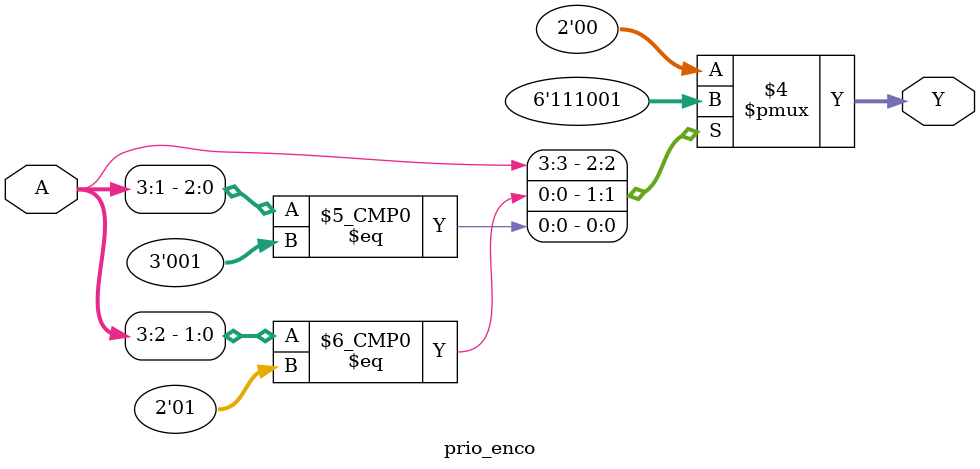
<source format=sv>
module prio_enco(input logic [3:0] A, output logic [1:0] Y);
  always_comb
    casez(A)
      4'b1???: Y = 2'b11;
      4'b01??: Y = 2'b10;
      4'b001?: Y = 2'b01;
      4'b0001: Y = 2'b00;
      default: Y = 2'b00;
    endcase
endmodule

</source>
